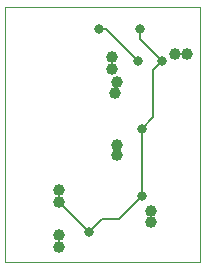
<source format=gbl>
G75*
%MOIN*%
%OFA0B0*%
%FSLAX24Y24*%
%IPPOS*%
%LPD*%
%AMOC8*
5,1,8,0,0,1.08239X$1,22.5*
%
%ADD10C,0.0000*%
%ADD11C,0.0397*%
%ADD12C,0.0317*%
%ADD13C,0.0060*%
D10*
X002267Y002517D02*
X002267Y011017D01*
X008767Y011017D01*
X008767Y002517D01*
X002267Y002517D01*
D11*
X004079Y003017D03*
X004079Y003392D03*
X004079Y004517D03*
X004079Y004892D03*
X006017Y006079D03*
X006017Y006392D03*
X005954Y008142D03*
X006017Y008517D03*
X005829Y008954D03*
X005829Y009329D03*
X007954Y009454D03*
X008329Y009454D03*
X007142Y004204D03*
X007142Y003829D03*
D12*
X006829Y004704D03*
X005079Y003517D03*
X006829Y006954D03*
X006704Y009204D03*
X007517Y009204D03*
X006767Y010267D03*
X005392Y010267D03*
D13*
X005642Y010267D01*
X006704Y009204D01*
X007204Y008892D02*
X007517Y009204D01*
X006767Y009954D01*
X006767Y010267D01*
X007204Y008892D02*
X007204Y007329D01*
X006829Y006954D01*
X006829Y004704D01*
X006079Y003954D01*
X005517Y003954D01*
X005079Y003517D01*
X004079Y004517D01*
M02*

</source>
